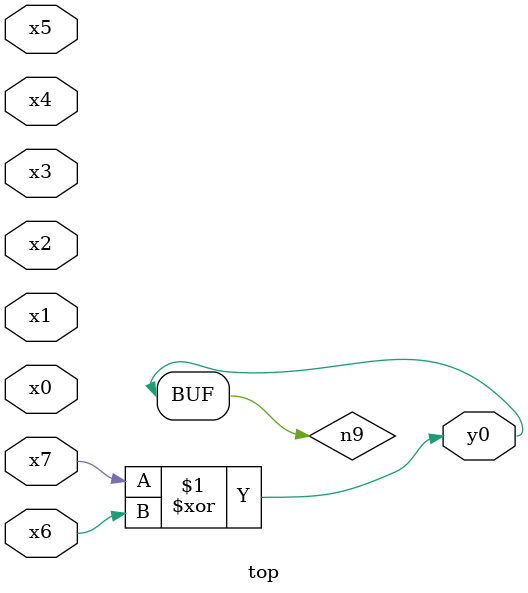
<source format=v>
module top( x0 , x1 , x2 , x3 , x4 , x5 , x6 , x7 , y0 );
  input x0 , x1 , x2 , x3 , x4 , x5 , x6 , x7 ;
  output y0 ;
  wire n9 ;
  assign n9 = x7 ^ x6 ;
  assign y0 = n9 ;
endmodule

</source>
